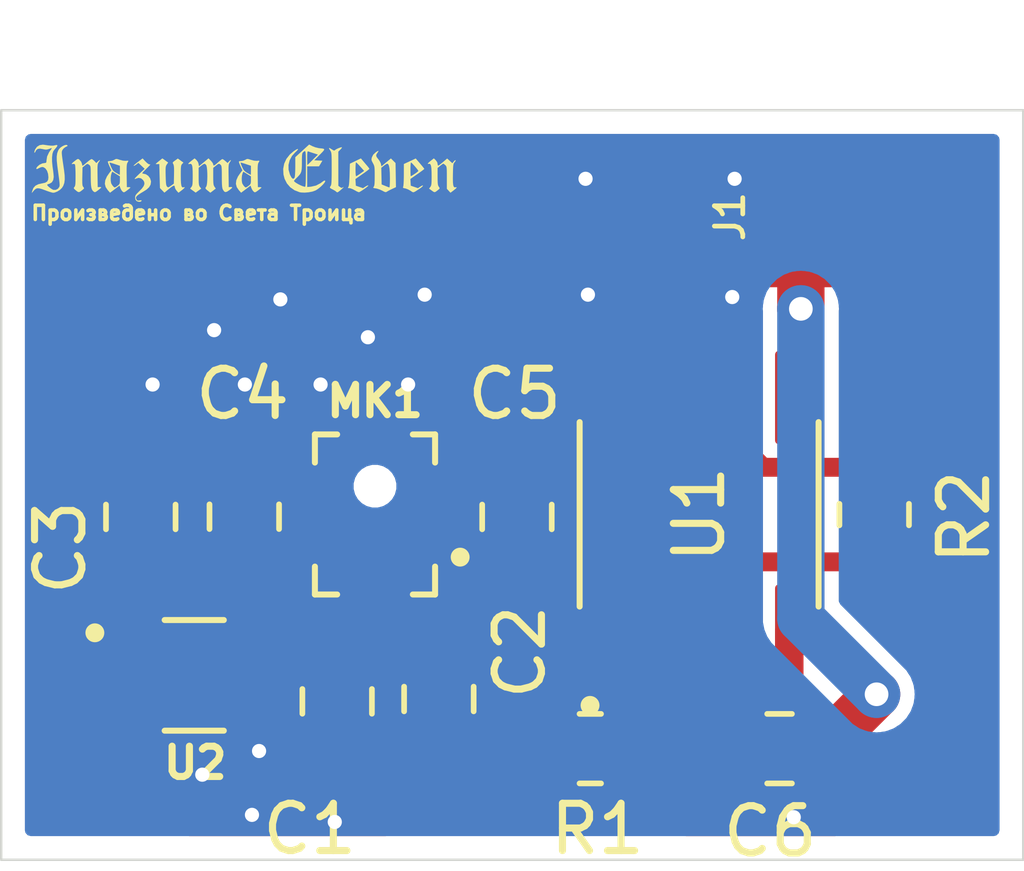
<source format=kicad_pcb>
(kicad_pcb (version 20240108) (generator "pcbnew") (generator_version "8.0")
  (layers (0 "F.Cu" signal) (31 "B.Cu" signal) (34 "B.Paste" user) (35 "F.Paste" user) (36 "B.SilkS" user "B.Silkscreen") (37 "F.SilkS" user "F.Silkscreen") (38 "B.Mask" user) (39 "F.Mask" user) (44 "Edge.Cuts" user))
  (net 0 "")
  (net 1 "GNDA")
  (net 2 "Net-(MK1-VDD)")
  (net 3 "Net-(C2-Pad2)")
  (net 4 "Net-(MK1-OUTPUT)")
  (net 5 "+5VAnalog")
  (net 6 "-5VAnalog")
  (net 7 "Net-(U1--)")
  (net 8 "ANCSignal")
  (footprint "Resistor_SMD:R_0805_2012Metric_Pad1.20x1.40mm_HandSolder" (layer "F.Cu") (at 98.45 71.35 90)
    (property "Reference" "R2" (at -0.05 1.9 90) (layer "F.SilkS"))
    (property "Value" "820k")
    (pad "1" smd roundrect (at -1 0 90) (size 1.2 1.4) (layers "F.Cu" "F.Paste" "F.Mask") (roundrect_rratio 0.208333) (net 7 "Net-(U1--)"))
    (pad "2" smd roundrect (at 1 0 90) (size 1.2 1.4) (layers "F.Cu" "F.Paste" "F.Mask") (roundrect_rratio 0.208333) (net 8 "ANCSignal"))
  )
  (footprint "Capacitor_SMD:C_0805_2012Metric_Pad1.18x1.45mm_HandSolder" (layer "F.Cu") (at 85.1375 71.395 90)
    (property "Reference" "C4" (at 2.595 -0.0375 180) (layer "F.SilkS"))
    (property "Value" "0.1u")
    (pad "1" smd roundrect (at -1.0375 0 90) (size 1.175 1.45) (layers "F.Cu" "F.Paste" "F.Mask") (roundrect_rratio 0.212766) (net 2 "Net-(MK1-VDD)"))
    (pad "2" smd roundrect (at 1.0375 0 90) (size 1.175 1.45) (layers "F.Cu" "F.Paste" "F.Mask") (roundrect_rratio 0.212766) (net 1 "GNDA"))
  )
  (footprint "Capacitor_SMD:C_0805_2012Metric_Pad1.18x1.45mm_HandSolder" (layer "F.Cu") (at 89.25 75.25 -90)
    (property "Reference" "C2" (at -0.995 -1.7125 90) (layer "F.SilkS"))
    (property "Value" "0.1u")
    (pad "1" smd roundrect (at -1.0375 0 270) (size 1.175 1.45) (layers "F.Cu" "F.Paste" "F.Mask") (roundrect_rratio 0.212766) (net 4 "Net-(MK1-OUTPUT)"))
    (pad "2" smd roundrect (at 1.0375 0 270) (size 1.175 1.45) (layers "F.Cu" "F.Paste" "F.Mask") (roundrect_rratio 0.212766) (net 3 "Net-(C2-Pad2)"))
  )
  (footprint "AudioSystemFootprintLibrary:OPA134UA" (layer "F.Cu") (at 94.75 71.345 90)
    (property "Reference" "U1" (at 0 0 90) (layer "F.SilkS"))
    (property "Value" "OPA134")
    (pad "1" smd roundrect (at -2.47 -1.905 90) (size 1.97 0.6) (layers "F.Cu" "F.Paste" "F.Mask") (roundrect_rratio 0.125))
    (pad "2" smd roundrect (at -2.47 -0.635 90) (size 1.97 0.6) (layers "F.Cu" "F.Paste" "F.Mask") (roundrect_rratio 0.125) (net 7 "Net-(U1--)"))
    (pad "3" smd roundrect (at -2.47 0.635 90) (size 1.97 0.6) (layers "F.Cu" "F.Paste" "F.Mask") (roundrect_rratio 0.125) (net 1 "GNDA"))
    (pad "4" smd roundrect (at -2.47 1.905 90) (size 1.97 0.6) (layers "F.Cu" "F.Paste" "F.Mask") (roundrect_rratio 0.125) (net 6 "-5VAnalog"))
    (pad "5" smd roundrect (at 2.47 1.905 90) (size 1.97 0.6) (layers "F.Cu" "F.Paste" "F.Mask") (roundrect_rratio 0.125))
    (pad "6" smd roundrect (at 2.47 0.635 90) (size 1.97 0.6) (layers "F.Cu" "F.Paste" "F.Mask") (roundrect_rratio 0.125) (net 8 "ANCSignal"))
    (pad "7" smd roundrect (at 2.47 -0.635 90) (size 1.97 0.6) (layers "F.Cu" "F.Paste" "F.Mask") (roundrect_rratio 0.125) (net 5 "+5VAnalog"))
    (pad "8" smd roundrect (at 2.47 -1.905 90) (size 1.97 0.6) (layers "F.Cu" "F.Paste" "F.Mask") (roundrect_rratio 0.125))
  )
  (footprint "Capacitor_SMD:C_0805_2012Metric_Pad1.18x1.45mm_HandSolder" (layer "F.Cu") (at 87.1 75.3 -90)
    (property "Reference" "C1" (at 2.7 0.58 360) (layer "F.SilkS"))
    (property "Value" "1u")
    (pad "1" smd roundrect (at -1.0375 0 270) (size 1.175 1.45) (layers "F.Cu" "F.Paste" "F.Mask") (roundrect_rratio 0.212766) (net 2 "Net-(MK1-VDD)"))
    (pad "2" smd roundrect (at 1.0375 0 270) (size 1.175 1.45) (layers "F.Cu" "F.Paste" "F.Mask") (roundrect_rratio 0.212766) (net 1 "GNDA"))
  )
  (footprint "Capacitor_SMD:C_0805_2012Metric_Pad1.18x1.45mm_HandSolder" (layer "F.Cu") (at 96.45 76.3 180)
    (property "Reference" "C6" (at 0.2 -1.75 0) (layer "F.SilkS"))
    (property "Value" "100n")
    (pad "1" smd roundrect (at -1.0375 0 180) (size 1.175 1.45) (layers "F.Cu" "F.Paste" "F.Mask") (roundrect_rratio 0.212766) (net 6 "-5VAnalog"))
    (pad "2" smd roundrect (at 1.0375 0 180) (size 1.175 1.45) (layers "F.Cu" "F.Paste" "F.Mask") (roundrect_rratio 0.212766) (net 1 "GNDA"))
  )
  (footprint "Resistor_SMD:R_0805_2012Metric_Pad1.20x1.40mm_HandSolder" (layer "F.Cu") (at 92.45 76.3)
    (property "Reference" "R1" (at 0.15 1.7 360) (layer "F.SilkS"))
    (property "Value" "47k")
    (pad "1" smd roundrect (at -1 0) (size 1.2 1.4) (layers "F.Cu" "F.Paste" "F.Mask") (roundrect_rratio 0.208333) (net 3 "Net-(C2-Pad2)"))
    (pad "2" smd roundrect (at 1 0) (size 1.2 1.4) (layers "F.Cu" "F.Paste" "F.Mask") (roundrect_rratio 0.208333) (net 7 "Net-(U1--)"))
  )
  (footprint "Capacitor_SMD:C_0805_2012Metric_Pad1.18x1.45mm_HandSolder" (layer "F.Cu") (at 90.9 71.4 -90)
    (property "Reference" "C5" (at -2.6 0.05 180) (layer "F.SilkS"))
    (property "Value" "100n")
    (pad "1" smd roundrect (at -1.0375 0 270) (size 1.175 1.45) (layers "F.Cu" "F.Paste" "F.Mask") (roundrect_rratio 0.212766) (net 5 "+5VAnalog"))
    (pad "2" smd roundrect (at 1.0375 0 270) (size 1.175 1.45) (layers "F.Cu" "F.Paste" "F.Mask") (roundrect_rratio 0.212766) (net 1 "GNDA"))
  )
  (footprint "AudioSystemFootprintLibrary:4_Pad_Connector" (layer "F.Cu") (at 94.9 63.4)
    (property "Reference" "J1" (at 0.5 1.65 90) (layer "F.SilkS") (effects (font (size 0.6 0.6) (thickness 0.1))))
    (property "Value" "Conn_01x04_Pin")
    (pad "1" smd rect (at -4 2 90) (size 2.286 1.524) (layers "F.Cu" "F.Paste" "F.Mask") (net 5 "+5VAnalog"))
    (pad "2" smd rect (at -1 2 90) (size 2.286 1.524) (layers "F.Cu" "F.Paste" "F.Mask") (net 1 "GNDA"))
    (pad "3" smd rect (at 2 2 90) (size 2.286 1.524) (layers "F.Cu" "F.Paste" "F.Mask") (net 6 "-5VAnalog"))
    (pad "4" smd rect (at 5 2 90) (size 2.286 1.524) (layers "F.Cu" "F.Paste" "F.Mask") (net 8 "ANCSignal"))
  )
  (footprint "AudioSystemFootprintLibrary:MIC5365-1.2YC5-TR" (layer "F.Cu") (at 84.08 74.75)
    (property "Reference" "U2" (at 0.02 1.85 360) (layer "F.SilkS") (effects (font (size 0.64 0.64))))
    (property "Value" "MIC5365-1.2YC5-TR")
    (pad "1" smd rect (at -0.97 -0.65) (size 1.17 0.4) (layers "F.Cu" "F.Paste" "F.Mask") (net 5 "+5VAnalog"))
    (pad "2" smd rect (at -0.97 0) (size 1.17 0.4) (layers "F.Cu" "F.Paste" "F.Mask") (net 1 "GNDA"))
    (pad "3" smd rect (at -0.97 0.65) (size 1.17 0.4) (layers "F.Cu" "F.Paste" "F.Mask") (net 5 "+5VAnalog"))
    (pad "4" smd rect (at 0.97 0.65) (size 1.17 0.4) (layers "F.Cu" "F.Paste" "F.Mask"))
    (pad "5" smd rect (at 0.97 -0.65) (size 1.17 0.4) (layers "F.Cu" "F.Paste" "F.Mask") (net 2 "Net-(MK1-VDD)"))
  )
  (footprint "Capacitor_SMD:C_0805_2012Metric_Pad1.18x1.45mm_HandSolder" (layer "F.Cu") (at 82.95 71.4 90)
    (property "Reference" "C3" (at -0.65 -1.7 90) (layer "F.SilkS"))
    (property "Value" "1u")
    (pad "1" smd roundrect (at -1.0375 0 90) (size 1.175 1.45) (layers "F.Cu" "F.Paste" "F.Mask") (roundrect_rratio 0.212766) (net 5 "+5VAnalog"))
    (pad "2" smd roundrect (at 1.0375 0 90) (size 1.175 1.45) (layers "F.Cu" "F.Paste" "F.Mask") (roundrect_rratio 0.212766) (net 1 "GNDA"))
  )
  (footprint "LOGO" (layer "F.Cu") (at 85.6 64)
    (property "Reference" "G***" (hide yes))
    (property "Value" "LOGO" (hide yes))
  )
  (footprint "AudioSystemFootprintLibrary:MIC_ICS-40310" (layer "F.Cu") (at 87.9 70.75 180)
    (property "Reference" "MK1" (at 0 1.8 180) (layer "F.SilkS") (effects (font (size 0.64 0.64))))
    (property "Value" "ICS-40310")
    (pad "" np_thru_hole circle (at 0 0 180) (size 0.5 0.5) (drill 0.5) (layers "*.Cu" "*.Mask"))
    (pad "1" smd custom (at -0.6 -1.5 180) (size 0.4 0.4) (layers "F.Cu") (net 4 "Net-(MK1-OUTPUT)") (options (clearance outline) (anchor rect)) (primitives (gr_poly (pts (xy -0.35 0.43) (xy -0.35 -0.19) (xy -0.07 -0.47) (xy 0.33 -0.47) (xy 0.33 0.43)) (width 0.0001) (fill yes))))
    (pad "2" smd custom (at 0 0.62 180) (size 0.15 0.15) (layers "F.Cu") (net 1 "GNDA") (options (clearance outline) (anchor rect)) (primitives (gr_poly (pts (xy 0.775 -0.6225) (xy 0.475 -0.623) (xy 0.474 -0.646) (xy 0.472 -0.671) (xy 0.469 -0.695) (xy 0.465 -0.72) (xy 0.459 -0.744) (xy 0.452 -0.768) (xy 0.444 -0.791) (xy 0.434 -0.814) (xy 0.423 -0.836) (xy 0.412 -0.858) (xy 0.399 -0.879) (xy 0.385 -0.9) (xy 0.369 -0.919) (xy 0.353 -0.938) (xy 0.336 -0.956) (xy 0.318 -0.973) (xy 0.299 -0.989) (xy 0.28 -1.005) (xy 0.259 -1.019) (xy 0.238 -1.032) (xy 0.216 -1.043) (xy 0.194 -1.054) (xy 0.171 -1.064) (xy 0.148 -1.072) (xy 0.124 -1.079) (xy 0.1 -1.085) (xy 0.075 -1.089) (xy 0.051 -1.092) (xy 0.026 -1.094) (xy 0 -1.095) (xy -0.025 -1.094) (xy -0.05 -1.092) (xy -0.074 -1.089) (xy -0.099 -1.085) (xy -0.123 -1.079) (xy -0.147 -1.072) (xy -0.17 -1.063) (xy -0.193 -1.054) (xy -0.216 -1.043) (xy -0.237 -1.031) (xy -0.259 -1.018) (xy -0.279 -1.004) (xy -0.299 -0.989) (xy -0.318 -0.973) (xy -0.336 -0.956) (xy -0.353 -0.938) (xy -0.369 -0.919) (xy -0.384 -0.899) (xy -0.398 -0.879) (xy -0.411 -0.857) (xy -0.423 -0.836) (xy -0.434 -0.813) (xy -0.443 -0.79) (xy -0.452 -0.767) (xy -0.459 -0.743) (xy -0.465 -0.719) (xy -0.469 -0.694) (xy -0.472 -0.67) (xy -0.474 -0.645) (xy -0.475 -0.62) (xy -0.474 -0.595) (xy -0.472 -0.57) (xy -0.469 -0.546) (xy -0.465 -0.521) (xy -0.459 -0.497) (xy -0.452 -0.473) (xy -0.443 -0.45) (xy -0.434 -0.427) (xy -0.423 -0.404) (xy -0.411 -0.383) (xy -0.398 -0.361) (xy -0.384 -0.341) (xy -0.369 -0.321) (xy -0.353 -0.302) (xy -0.336 -0.284) (xy -0.318 -0.267) (xy -0.299 -0.251) (xy -0.279 -0.236) (xy -0.259 -0.222) (xy -0.237 -0.209) (xy -0.216 -0.197) (xy -0.193 -0.186) (xy -0.17 -0.177) (xy -0.147 -0.168) (xy -0.123 -0.161) (xy -0.099 -0.155) (xy -0.074 -0.151) (xy -0.05 -0.148) (xy -0.025 -0.146) (xy 0 -0.145) (xy 0.026 -0.146) (xy 0.051 -0.148) (xy 0.075 -0.151) (xy 0.1 -0.155) (xy 0.124 -0.161) (xy 0.148 -0.168) (xy 0.171 -0.176) (xy 0.194 -0.186) (xy 0.216 -0.197) (xy 0.238 -0.208) (xy 0.259 -0.221) (xy 0.28 -0.235) (xy 0.299 -0.251) (xy 0.318 -0.267) (xy 0.336 -0.284) (xy 0.353 -0.302) (xy 0.369 -0.321) (xy 0.385 -0.34) (xy 0.399 -0.361) (xy 0.412 -0.382) (xy 0.423 -0.404) (xy 0.434 -0.426) (xy 0.444 -0.449) (xy 0.452 -0.472) (xy 0.459 -0.496) (xy 0.465 -0.52) (xy 0.469 -0.545) (xy 0.472 -0.569) (xy 0.474 -0.594) (xy 0.475 -0.617) (xy 0.775 -0.617) (xy 0.774 -0.578) (xy 0.771 -0.538) (xy 0.765 -0.498) (xy 0.758 -0.458) (xy 0.749 -0.418) (xy 0.737 -0.38) (xy 0.724 -0.341) (xy 0.708 -0.304) (xy 0.691 -0.267) (xy 0.671 -0.232) (xy 0.65 -0.197) (xy 0.627 -0.164) (xy 0.603 -0.132) (xy 0.576 -0.101) (xy 0.548 -0.072) (xy 0.519 -0.044) (xy 0.488 -0.017) (xy 0.456 0.007) (xy 0.423 0.03) (xy 0.388 0.051) (xy 0.353 0.071) (xy 0.316 0.088) (xy 0.279 0.104) (xy 0.24 0.117) (xy 0.202 0.129) (xy 0.162 0.138) (xy 0.122 0.145) (xy 0.082 0.151) (xy 0.042 0.154) (xy 0 0.155) (xy -0.041 0.154) (xy -0.081 0.151) (xy -0.121 0.145) (xy -0.161 0.138) (xy -0.201 0.129) (xy -0.239 0.117) (xy -0.278 0.104) (xy -0.315 0.088) (xy -0.352 0.071) (xy -0.387 0.051) (xy -0.422 0.03) (xy -0.456 0.007) (xy -0.488 -0.018) (xy -0.519 -0.044) (xy -0.548 -0.072) (xy -0.576 -0.101) (xy -0.602 -0.132) (xy -0.627 -0.164) (xy -0.65 -0.198) (xy -0.671 -0.233) (xy -0.691 -0.268) (xy -0.708 -0.305) (xy -0.724 -0.342) (xy -0.737 -0.381) (xy -0.749 -0.419) (xy -0.758 -0.459) (xy -0.765 -0.499) (xy -0.771 -0.539) (xy -0.774 -0.579) (xy -0.775 -0.62) (xy -0.774 -0.661) (xy -0.771 -0.701) (xy -0.765 -0.741) (xy -0.758 -0.781) (xy -0.749 -0.821) (xy -0.737 -0.859) (xy -0.724 -0.898) (xy -0.708 -0.935) (xy -0.691 -0.972) (xy -0.671 -1.007) (xy -0.65 -1.042) (xy -0.627 -1.076) (xy -0.602 -1.108) (xy -0.576 -1.139) (xy -0.548 -1.168) (xy -0.519 -1.196) (xy -0.488 -1.222) (xy -0.456 -1.247) (xy -0.422 -1.27) (xy -0.387 -1.291) (xy -0.352 -1.311) (xy -0.315 -1.328) (xy -0.278 -1.344) (xy -0.239 -1.357) (xy -0.201 -1.369) (xy -0.161 -1.378) (xy -0.121 -1.385) (xy -0.081 -1.391) (xy -0.041 -1.394) (xy 0 -1.395) (xy 0.037 -1.394) (xy 0.078 -1.391) (xy 0.118 -1.385) (xy 0.158 -1.378) (xy 0.198 -1.368) (xy 0.237 -1.357) (xy 0.275 -1.343) (xy 0.313 -1.328) (xy 0.35 -1.31) (xy 0.386 -1.291) (xy 0.42 -1.269) (xy 0.454 -1.246) (xy 0.486 -1.221) (xy 0.517 -1.195) (xy 0.547 -1.167) (xy 0.575 -1.137) (xy 0.601 -1.106) (xy 0.626 -1.074) (xy 0.649 -1.04) (xy 0.671 -1.006) (xy 0.69 -0.97) (xy 0.708 -0.933) (xy 0.723 -0.895) (xy 0.737 -0.857) (xy 0.748 -0.818) (xy 0.758 -0.778) (xy 0.765 -0.738) (xy 0.771 -0.698) (xy 0.774 -0.657) (xy 0.775 -0.623) (xy 0.775 -0.6225)) (width 0.0001) (fill yes))))
    (pad "3" smd custom (at 0.6 -1.5 180) (size 0.4 0.4) (layers "F.Cu") (net 2 "Net-(MK1-VDD)") (options (clearance outline) (anchor rect)) (primitives (gr_poly (pts (xy 0.35 0.43) (xy 0.35 -0.19) (xy 0.07 -0.47) (xy -0.33 -0.47) (xy -0.33 0.43)) (width 0.0001) (fill yes))))
  )
  (gr_rect (start 80 62.8) (end 101.6 78.65) (stroke (width 0.05)) (fill none) (layer "Edge.Cuts"))
  (gr_text "Произведено во Света Троица" (at 80.6 65.15 0) (layer "F.SilkS") (effects (font (size 0.3 0.3) (thickness 0.075) (bold yes)) (justify left bottom)))
  (segment (start 89.5 71.0375) (end 89.5 69.5) (width 0.5) (layer "F.Cu") (net 1))
  (segment (start 95.4125 73.8425) (end 95.385 73.815) (width 0.6) (layer "F.Cu") (net 1))
  (segment (start 83.11 74.75) (end 83.995 74.75) (width 0.3) (layer "F.Cu") (net 1))
  (segment (start 89.5 69.5) (end 88.6 68.6) (width 0.5) (layer "F.Cu") (net 1))
  (segment (start 87.9 70.13) (end 87.9 69.25) (width 0.3) (layer "F.Cu") (net 1))
  (segment (start 87.9 70.13) (end 87.82 70.05) (width 0.3) (layer "F.Cu") (net 1))
  (segment (start 87.65 69.88) (end 87.65 69.35) (width 0.3) (layer "F.Cu") (net 1))
  (segment (start 87.98 70.05) (end 88.25 70.05) (width 0.3) (layer "F.Cu") (net 1))
  (segment (start 95.4125 76.3) (end 95.4125 73.8425) (width 0.6) (layer "F.Cu") (net 1))
  (segment (start 84.115 76.715) (end 84.25 76.85) (width 0.3) (layer "F.Cu") (net 1))
  (segment (start 87.82 70.05) (end 87.55 70.05) (width 0.3) (layer "F.Cu") (net 1))
  (segment (start 87.9 70.13) (end 87.65 69.88) (width 0.3) (layer "F.Cu") (net 1))
  (segment (start 87.9 70.13) (end 87.98 70.05) (width 0.3) (layer "F.Cu") (net 1))
  (segment (start 84.115 74.87) (end 84.115 76.715) (width 0.3) (layer "F.Cu") (net 1))
  (segment (start 83.995 74.75) (end 84.115 74.87) (width 0.3) (layer "F.Cu") (net 1))
  (segment (start 87.9 70.13) (end 88.15 69.88) (width 0.3) (layer "F.Cu") (net 1))
  (segment (start 90.9 72.4375) (end 89.5 71.0375) (width 0.7) (layer "F.Cu") (net 1))
  (segment (start 85.365 70.13) (end 85.1375 70.3575) (width 0.3) (layer "F.Cu") (net 1))
  (segment (start 88.15 69.88) (end 88.15 69.35) (width 0.3) (layer "F.Cu") (net 1))
  (via (at 85.15 68.6) (size 0.6) (drill 0.3) (layers "F.Cu" "B.Cu") (net 1))
  (via (at 95.5 64.25) (size 0.6) (drill 0.3) (layers "F.Cu" "B.Cu") (net 1))
  (via (at 88.95 66.7) (size 0.6) (drill 0.3) (layers "F.Cu" "B.Cu") (net 1))
  (via (at 87.05 77.85) (size 0.6) (drill 0.3) (layers "F.Cu" "B.Cu") (net 1))
  (via (at 87.75 67.6) (size 0.6) (drill 0.3) (layers "F.Cu" "B.Cu") (net 1))
  (via (at 85.45 76.35) (size 0.6) (drill 0.3) (layers "F.Cu" "B.Cu") (net 1))
  (via (at 85.9 66.8) (size 0.6) (drill 0.3) (layers "F.Cu" "B.Cu") (net 1))
  (via (at 83.2 68.6) (size 0.6) (drill 0.3) (layers "F.Cu" "B.Cu") (net 1))
  (via (at 86.75 68.6) (size 0.6) (drill 0.3) (layers "F.Cu" "B.Cu") (net 1))
  (via (at 92.35 64.25) (size 0.6) (drill 0.3) (layers "F.Cu" "B.Cu") (net 1))
  (via (at 96.75 77.75) (size 0.6) (drill 0.3) (layers "F.Cu" "B.Cu") (net 1))
  (via (at 88.6 68.6) (size 0.6) (drill 0.3) (layers "F.Cu" "B.Cu") (net 1))
  (via (at 95.45 66.75) (size 0.6) (drill 0.3) (layers "F.Cu" "B.Cu") (net 1))
  (via (at 84.25 76.85) (size 0.6) (drill 0.3) (layers "F.Cu" "B.Cu") (net 1))
  (via (at 84.5 67.45) (size 0.6) (drill 0.3) (layers "F.Cu" "B.Cu") (net 1))
  (via (at 92.4 66.7) (size 0.6) (drill 0.3) (layers "F.Cu" "B.Cu") (net 1))
  (via (at 85.3 77.7) (size 0.6) (drill 0.3) (layers "F.Cu" "B.Cu") (net 1))
  (segment (start 85.32 72.25) (end 85.1375 72.4325) (width 0.7) (layer "F.Cu") (net 2))
  (segment (start 87.3 72.25) (end 85.32 72.25) (width 0.7) (layer "F.Cu") (net 2))
  (segment (start 85.05 72.52) (end 85.1375 72.4325) (width 0.6) (layer "F.Cu") (net 2))
  (segment (start 85.05 74.1) (end 85.05 72.52) (width 0.6) (layer "F.Cu") (net 2))
  (segment (start 85.05 74.1) (end 86.9375 74.1) (width 0.6) (layer "F.Cu") (net 2))
  (segment (start 86.9375 74.1) (end 87.1 74.2625) (width 0.6) (layer "F.Cu") (net 2))
  (segment (start 89.2625 76.3) (end 89.25 76.2875) (width 1) (layer "F.Cu") (net 3))
  (segment (start 91.45 76.3) (end 89.2625 76.3) (width 1) (layer "F.Cu") (net 3))
  (segment (start 89.25 74.2125) (end 89.25 73) (width 0.7) (layer "F.Cu") (net 4))
  (segment (start 89.25 73) (end 88.5 72.25) (width 0.7) (layer "F.Cu") (net 4))
  (segment (start 88.5 72.25) (end 88.4875 72.2625) (width 0.2) (layer "F.Cu") (net 4))
  (segment (start 90.9 70.3625) (end 93.2875 70.3625) (width 0.4) (layer "F.Cu") (net 5))
  (segment (start 81.1 71.05) (end 81.1 68.7) (width 1) (layer "F.Cu") (net 5))
  (segment (start 94.115 69.535) (end 94.115 68.875) (width 0.4) (layer "F.Cu") (net 5))
  (segment (start 82.45 75.4) (end 82.1 75.05) (width 0.2) (layer "F.Cu") (net 5))
  (segment (start 82.1 74.35) (end 82.35 74.1) (width 0.2) (layer "F.Cu") (net 5))
  (segment (start 82.35 74.1) (end 83.11 74.1) (width 0.2) (layer "F.Cu") (net 5))
  (segment (start 83.11 75.4) (end 82.45 75.4) (width 0.2) (layer "F.Cu") (net 5))
  (segment (start 83.11 72.5975) (end 82.95 72.4375) (width 0.5) (layer "F.Cu") (net 5))
  (segment (start 90.9 65.4) (end 90.9 70.3625) (width 1) (layer "F.Cu") (net 5))
  (segment (start 83.11 74.1) (end 83.11 72.5975) (width 0.5) (layer "F.Cu") (net 5))
  (segment (start 82.4875 72.4375) (end 81.1 71.05) (width 1) (layer "F.Cu") (net 5))
  (segment (start 81.1 68.7) (end 84.4 65.4) (width 1) (layer "F.Cu") (net 5))
  (segment (start 82.1 75.05) (end 82.1 74.35) (width 0.2) (layer "F.Cu") (net 5))
  (segment (start 84.4 65.4) (end 90.9 65.4) (width 1) (layer "F.Cu") (net 5))
  (segment (start 93.2875 70.3625) (end 94.115 69.535) (width 0.4) (layer "F.Cu") (net 5))
  (segment (start 82.95 72.4375) (end 82.4875 72.4375) (width 1) (layer "F.Cu") (net 5))
  (segment (start 96.9 65.4) (end 96.9 67) (width 1) (layer "F.Cu") (net 6))
  (segment (start 97.4875 76.1875) (end 96.655 75.355) (width 0.6) (layer "F.Cu") (net 6))
  (segment (start 96.655 75.355) (end 96.655 73.815) (width 0.6) (layer "F.Cu") (net 6))
  (segment (start 97.4875 76.3) (end 97.4875 76.1875) (width 1) (layer "F.Cu") (net 6))
  (segment (start 97.55 76.1) (end 97.55 76.125) (width 1) (layer "F.Cu") (net 6))
  (segment (start 97.55 76.125) (end 97.4875 76.1875) (width 0.6) (layer "F.Cu") (net 6))
  (segment (start 98.5 75.15) (end 97.55 76.1) (width 1) (layer "F.Cu") (net 6))
  (via (at 98.5 75.15) (size 1) (drill 0.5) (layers "F.Cu" "B.Cu") (net 6))
  (via (at 96.9 67) (size 1) (drill 0.5) (layers "F.Cu" "B.Cu") (net 6))
  (segment (start 96.9 73.55) (end 96.9 67) (width 1) (layer "B.Cu") (net 6))
  (segment (start 98.5 75.15) (end 96.9 73.55) (width 1) (layer "B.Cu") (net 6))
  (segment (start 94.115 73.815) (end 94.115 73.185) (width 0.4) (layer "F.Cu") (net 7))
  (segment (start 94.115 75.635) (end 94.115 73.815) (width 0.5) (layer "F.Cu") (net 7))
  (segment (start 94.115 73.185) (end 94.95 72.35) (width 0.4) (layer "F.Cu") (net 7))
  (segment (start 93.45 76.3) (end 94.115 75.635) (width 0.5) (layer "F.Cu") (net 7))
  (segment (start 94.95 72.35) (end 98.45 72.35) (width 0.4) (layer "F.Cu") (net 7))
  (segment (start 98.45 70.35) (end 98.45 68.9) (width 1) (layer "F.Cu") (net 8))
  (segment (start 95.385 69.635) (end 95.385 68.875) (width 0.4) (layer "F.Cu") (net 8))
  (segment (start 96.1 70.35) (end 95.385 69.635) (width 0.4) (layer "F.Cu") (net 8))
  (segment (start 99.9 67.45) (end 99.9 65.4) (width 1) (layer "F.Cu") (net 8))
  (segment (start 98.45 70.35) (end 96.1 70.35) (width 0.4) (layer "F.Cu") (net 8))
  (segment (start 98.45 68.9) (end 99.9 67.45) (width 1) (layer "F.Cu") (net 8))
  (zone (net 1) (net_name "GNDA") (layer "F.Cu") (connect_pads (clearance 0.3)) (min_thickness 0.25) (fill yes (thermal_gap 0.5) (thermal_bridge_width 0.5))
    (polygon (pts (xy 88.25 75.1) (xy 88.25 78.65) (xy 83.85 78.65) (xy 83.85 75.1)))
  )
  (zone (net 1) (net_name "GNDA") (layer "F.Cu") (connect_pads (clearance 0.3)) (min_thickness 0.25) (fill yes (thermal_gap 0.5) (thermal_bridge_width 0.5))
    (polygon (pts (xy 94.35 75.3) (xy 94.35 78.65) (xy 97.75 78.65) (xy 97.75 77.3) (xy 96.6 77.3) (xy 96.6 75.3)))
  )
  (zone (net 1) (net_name "GNDA") (layer "F.Cu") (connect_pads (clearance 0.3)) (min_thickness 0.25) (fill yes (thermal_gap 0.5) (thermal_bridge_width 0.5))
    (polygon (pts (xy 91.9 67.55) (xy 95.9 67.55) (xy 95.9 63.35) (xy 91.9 63.35)))
  )
  (zone (net 1) (net_name "GNDA") (layer "F.Cu") (connect_pads (clearance 0.3)) (min_thickness 0.25) (fill yes (thermal_gap 0.5) (thermal_bridge_width 0.5))
    (polygon (pts (xy 82.05 65.5) (xy 89.95 65.5) (xy 89.95 71.4) (xy 82.05 71.4)))
  )
  (zone (net 1) (net_name "GNDA") (layer "B.Cu") (connect_pads (clearance 0.3)) (min_thickness 0.25) (fill yes (thermal_gap 0.5) (thermal_bridge_width 0.5))
    (polygon (pts (xy 80 62.8) (xy 80 78.65) (xy 101.6 78.65) (xy 101.6 62.8)))
  )
)
</source>
